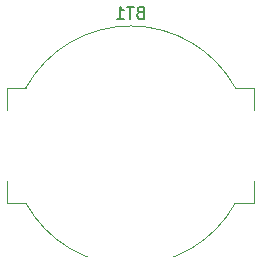
<source format=gbr>
%TF.GenerationSoftware,KiCad,Pcbnew,(6.0.7)*%
%TF.CreationDate,2022-10-10T10:06:43-04:00*%
%TF.ProjectId,proj_6,70726f6a-5f36-42e6-9b69-6361645f7063,rev?*%
%TF.SameCoordinates,Original*%
%TF.FileFunction,Legend,Bot*%
%TF.FilePolarity,Positive*%
%FSLAX46Y46*%
G04 Gerber Fmt 4.6, Leading zero omitted, Abs format (unit mm)*
G04 Created by KiCad (PCBNEW (6.0.7)) date 2022-10-10 10:06:43*
%MOMM*%
%LPD*%
G01*
G04 APERTURE LIST*
%ADD10C,0.150000*%
%ADD11C,0.120000*%
G04 APERTURE END LIST*
D10*
%TO.C,BT1*%
X146581714Y-67976571D02*
X146438857Y-68024190D01*
X146391238Y-68071809D01*
X146343619Y-68167047D01*
X146343619Y-68309904D01*
X146391238Y-68405142D01*
X146438857Y-68452761D01*
X146534095Y-68500380D01*
X146915047Y-68500380D01*
X146915047Y-67500380D01*
X146581714Y-67500380D01*
X146486476Y-67548000D01*
X146438857Y-67595619D01*
X146391238Y-67690857D01*
X146391238Y-67786095D01*
X146438857Y-67881333D01*
X146486476Y-67928952D01*
X146581714Y-67976571D01*
X146915047Y-67976571D01*
X146057904Y-67500380D02*
X145486476Y-67500380D01*
X145772190Y-68500380D02*
X145772190Y-67500380D01*
X144629333Y-68500380D02*
X145200761Y-68500380D01*
X144915047Y-68500380D02*
X144915047Y-67500380D01*
X145010285Y-67643238D01*
X145105523Y-67738476D01*
X145200761Y-67786095D01*
D11*
X135326000Y-74363000D02*
X136933090Y-74363000D01*
X135326000Y-76248000D02*
X135326000Y-74363000D01*
X156266000Y-82248000D02*
X156266000Y-84133000D01*
X156266000Y-76248000D02*
X156266000Y-74363000D01*
X135326000Y-84133000D02*
X136933090Y-84133000D01*
X135326000Y-82248000D02*
X135326000Y-84133000D01*
X156266000Y-74363000D02*
X154658910Y-74363000D01*
X156266000Y-84133000D02*
X154658910Y-84133000D01*
X136930979Y-84129168D02*
G75*
G03*
X154658910Y-84133000I8865021J4881167D01*
G01*
X154658910Y-74363000D02*
G75*
G03*
X136933090Y-74363000I-8862910J-4885000D01*
G01*
%TD*%
M02*

</source>
